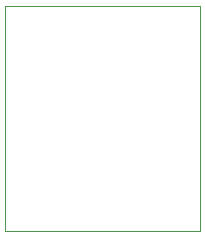
<source format=gbr>
%TF.GenerationSoftware,KiCad,Pcbnew,5.1.6*%
%TF.CreationDate,2020-08-27T23:48:47+02:00*%
%TF.ProjectId,power-toggle-on-hold-off,706f7765-722d-4746-9f67-676c652d6f6e,rev?*%
%TF.SameCoordinates,Original*%
%TF.FileFunction,Profile,NP*%
%FSLAX46Y46*%
G04 Gerber Fmt 4.6, Leading zero omitted, Abs format (unit mm)*
G04 Created by KiCad (PCBNEW 5.1.6) date 2020-08-27 23:48:47*
%MOMM*%
%LPD*%
G01*
G04 APERTURE LIST*
%TA.AperFunction,Profile*%
%ADD10C,0.050000*%
%TD*%
G04 APERTURE END LIST*
D10*
X49530000Y-50800000D02*
X49530000Y-31750000D01*
X66040000Y-50800000D02*
X49530000Y-50800000D01*
X66040000Y-31750000D02*
X66040000Y-50800000D01*
X49530000Y-31750000D02*
X66040000Y-31750000D01*
M02*

</source>
